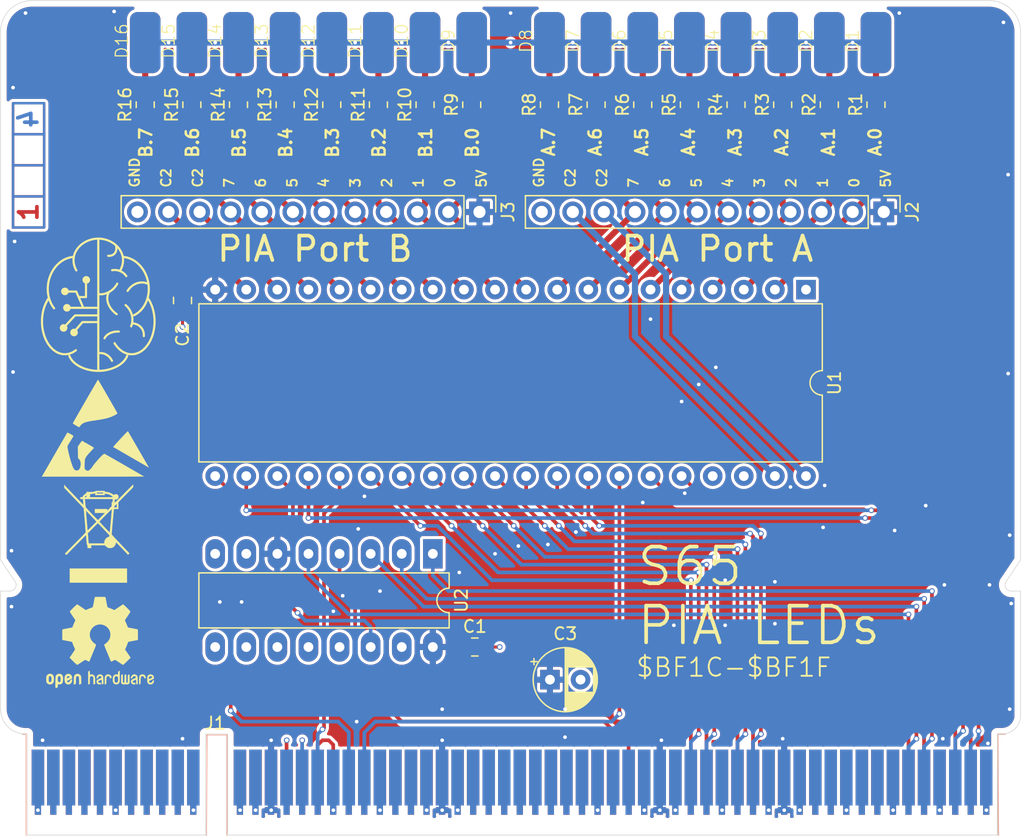
<source format=kicad_pcb>
(kicad_pcb (version 20240108) (generator "pcbnew") (generator_version "8.0")
  (layers (0 "F.Cu" signal) (1 "In1.Cu" power) (2 "In2.Cu" power) (31 "B.Cu" signal) (34 "B.Paste" user) (35 "F.Paste" user) (36 "B.SilkS" user "B.Silkscreen") (37 "F.SilkS" user "F.Silkscreen") (38 "B.Mask" user) (39 "F.Mask" user) (44 "Edge.Cuts" user))
  (net 0 "")
  (net 1 "Net-(D1-A)")
  (net 2 "GND")
  (net 3 "Net-(D2-A)")
  (net 4 "Net-(D3-A)")
  (net 5 "Net-(D4-A)")
  (net 6 "Net-(D5-A)")
  (net 7 "Net-(D6-A)")
  (net 8 "Net-(D7-A)")
  (net 9 "Net-(D8-A)")
  (net 10 "Net-(D9-A)")
  (net 11 "Net-(D10-A)")
  (net 12 "Net-(D11-A)")
  (net 13 "Net-(D12-A)")
  (net 14 "Net-(D13-A)")
  (net 15 "Net-(D14-A)")
  (net 16 "Net-(D15-A)")
  (net 17 "Net-(D16-A)")
  (net 24 "/A7")
  (net 30 "/D4")
  (net 31 "/~{IO}")
  (net 41 "+5V")
  (net 42 "/D7")
  (net 45 "/D2")
  (net 50 "/D3")
  (net 52 "/~{RES}")
  (net 56 "/A3")
  (net 59 "/A2")
  (net 63 "/R{slash}~{W}")
  (net 65 "/D6")
  (net 71 "/D5")
  (net 73 "/A0")
  (net 75 "/A6")
  (net 76 "/A4")
  (net 78 "/D0")
  (net 79 "/A5")
  (net 80 "+9V")
  (net 82 "/A1")
  (net 85 "/CLK")
  (net 90 "/D1")
  (net 91 "Net-(J2-Pin_9)")
  (net 92 "Net-(J2-Pin_8)")
  (net 93 "Net-(J2-Pin_5)")
  (net 94 "Net-(J2-Pin_3)")
  (net 95 "Net-(J2-Pin_11)")
  (net 96 "Net-(J2-Pin_7)")
  (net 97 "Net-(J2-Pin_2)")
  (net 98 "Net-(J2-Pin_6)")
  (net 99 "Net-(J2-Pin_4)")
  (net 100 "Net-(J2-Pin_10)")
  (net 101 "Net-(J3-Pin_8)")
  (net 102 "Net-(J3-Pin_10)")
  (net 103 "Net-(J3-Pin_5)")
  (net 104 "Net-(J3-Pin_6)")
  (net 105 "Net-(J3-Pin_3)")
  (net 106 "Net-(J3-Pin_11)")
  (net 107 "Net-(J3-Pin_9)")
  (net 108 "Net-(J3-Pin_7)")
  (net 109 "Net-(J3-Pin_4)")
  (net 110 "Net-(J3-Pin_2)")
  (net 111 "/PORT_16")
  (footprint "Symbol:ESD-Logo_8.9x8mm_SilkScreen" (layer "F.Cu") (at 132.461 68.453)
    (property "Reference" "REF**" (hide yes))
    (property "Value" "ESD-Logo_8.9x8mm_SilkScreen" (hide yes))
  )
  (footprint "Resistor_SMD:R_0805_2012Metric" (layer "F.Cu") (at 147.955 42.037 90)
    (property "Reference" "R13")
    (property "Value" "10k")
  )
  (footprint "Resistor_SMD:R_0805_2012Metric" (layer "F.Cu") (at 159.385 42.037 90)
    (property "Reference" "R10")
    (property "Value" "10k")
  )
  (footprint "Capacitor_SMD:C_0805_2012Metric" (layer "F.Cu") (at 163.449 86.36)
    (property "Reference" "C1")
    (property "Value" "100n")
  )
  (footprint "Resistor_SMD:R_0805_2012Metric" (layer "F.Cu") (at 140.335 42.037 90)
    (property "Reference" "R15")
    (property "Value" "10k")
  )
  (footprint "Resistor_SMD:R_0805_2012Metric" (layer "F.Cu") (at 151.765 42.037 90)
    (property "Reference" "R12")
    (property "Value" "10k")
  )
  (footprint "Resistor_SMD:R_0805_2012Metric" (layer "F.Cu") (at 177.165 42.037 90)
    (property "Reference" "R6")
    (property "Value" "10k")
  )
  (footprint "Resistor_SMD:R_0805_2012Metric" (layer "F.Cu") (at 196.215 42.037 90)
    (property "Reference" "R1")
    (property "Value" "10k")
  )
  (footprint "Connector_PinHeader_2.54mm:PinHeader_1x12_P2.54mm_Vertical" (layer "F.Cu") (at 163.83 50.8 -90)
    (property "Reference" "J3")
    (property "Value" "PIA_B")
  )
  (footprint "Resistor_SMD:R_0805_2012Metric" (layer "F.Cu") (at 184.785 42.037 90)
    (property "Reference" "R4")
    (property "Value" "10k")
  )
  (footprint "Capacitor_SMD:C_0805_2012Metric" (layer "F.Cu") (at 139.573 58.039 -90)
    (property "Reference" "C2")
    (property "Value" "100n")
  )
  (footprint "Connector_PinHeader_2.54mm:PinHeader_1x12_P2.54mm_Vertical" (layer "F.Cu") (at 196.85 50.8 -90)
    (property "Reference" "J2")
    (property "Value" "PIA_A")
  )
  (footprint "Resistor_SMD:R_0805_2012Metric" (layer "F.Cu") (at 180.975 42.037 90)
    (property "Reference" "R5")
    (property "Value" "10k")
  )
  (footprint "Symbol:OSHW-Logo2_9.8x8mm_SilkScreen" (layer "F.Cu") (at 132.842 85.979)
    (property "Reference" "REF**" (hide yes))
    (property "Value" "OSHW-Logo2_9.8x8mm_SilkScreen" (hide yes))
  )
  (footprint "Package_DIP:DIP-40_W15.24mm" (layer "F.Cu") (at 190.5 57.15 -90)
    (property "Reference" "U1")
    (property "Value" "6520")
  )
  (footprint "Resistor_SMD:R_0805_2012Metric" (layer "F.Cu") (at 163.195 42.037 90)
    (property "Reference" "R9")
    (property "Value" "10k")
  )
  (footprint "Resistor_SMD:R_0805_2012Metric" (layer "F.Cu") (at 144.145 42.037 90)
    (property "Reference" "R14")
    (property "Value" "10k")
  )
  (footprint "Package_DIP:DIP-16_W7.62mm_LongPads" (layer "F.Cu") (at 160.02 78.74 -90)
    (property "Reference" "U2")
    (property "Value" "74HC138")
  )
  (footprint "Capacitor_THT:CP_Radial_D5.0mm_P2.50mm" (layer "F.Cu") (at 169.585 89.027)
    (property "Reference" "C3")
    (property "Value" "10µ")
  )
  (footprint "Resistor_SMD:R_0805_2012Metric" (layer "F.Cu") (at 192.405 42.037 90)
    (property "Reference" "R2")
    (property "Value" "10k")
  )
  (footprint "Resistor_SMD:R_0805_2012Metric" (layer "F.Cu") (at 173.355 42.037 90)
    (property "Reference" "R7")
    (property "Value" "10k")
  )
  (footprint "Eigene:logo" (layer "F.Cu") (at 132.715 58.42)
    (property "Reference" "G***" (hide yes))
    (property "Value" "LOGO" (hide yes))
  )
  (footprint "Resistor_SMD:R_0805_2012Metric" (layer "F.Cu") (at 136.525 42.037 90)
    (property "Reference" "R16")
    (property "Value" "10k")
  )
  (footprint "Resistor_SMD:R_0805_2012Metric" (layer "F.Cu") (at 155.575 42.037 90)
    (property "Reference" "R11")
    (property "Value" "10k")
  )
  (footprint "Symbol:WEEE-Logo_5.6x8mm_SilkScreen" (layer "F.Cu") (at 132.715 77.089)
    (property "Reference" "REF**" (hide yes))
    (property "Value" "WEEE-Logo_5.6x8mm_SilkScreen" (hide yes))
  )
  (footprint "Resistor_SMD:R_0805_2012Metric" (layer "F.Cu") (at 169.545 42.037 90)
    (property "Reference" "R8")
    (property "Value" "10k")
  )
  (footprint "Eigene:ladder_4" (layer "F.Cu") (at 127 46.99 90)
    (property "Reference" "Ref**" (hide yes))
    (property "Value" "Val**" (hide yes))
  )
  (footprint "Resistor_SMD:R_0805_2012Metric" (layer "F.Cu") (at 188.595 42.037 90)
    (property "Reference" "R3")
    (property "Value" "10k")
  )
  (footprint "Eigene:SPST_Edge" (layer "B.Cu") (at 147.955 36.957 180)
    (property "Reference" "D13")
    (property "Value" "LED")
  )
  (footprint "Eigene:SPST_Edge" (layer "B.Cu") (at 169.545 36.957 180)
    (property "Reference" "D8")
    (property "Value" "LED")
  )
  (footprint "Eigene:SPST_Edge" (layer "B.Cu") (at 192.405 36.957 180)
    (property "Reference" "D2")
    (property "Value" "LED")
  )
  (footprint "Connector_PCBEdge:BUS_PCI" (layer "B.Cu") (at 166.492 98.358 180)
    (property "Reference" "J1")
    (property "Value" "Bus_PCI_6502")
  )
  (footprint "Eigene:SPST_Edge" (layer "B.Cu") (at 159.385 36.957 180)
    (property "Reference" "D10")
    (property "Value" "LED")
  )
  (footprint "Eigene:SPST_Edge" (layer "B.Cu") (at 173.355 36.957 180)
    (property "Reference" "D7")
    (property "Value" "LED")
  )
  (footprint "Eigene:SPST_Edge" (layer "B.Cu") (at 155.575 36.957 180)
    (property "Reference" "D11")
    (property "Value" "LED")
  )
  (footprint "Eigene:SPST_Edge" (layer "B.Cu") (at 151.765 36.957 180)
    (property "Reference" "D12")
    (property "Value" "LED")
  )
  (footprint "Eigene:SPST_Edge" (layer "B.Cu") (at 184.785 36.957 180)
    (property "Reference" "D4")
    (property "Value" "LED")
  )
  (footprint "Eigene:SPST_Edge" (layer "B.Cu") (at 163.195 36.957 180)
    (property "Reference" "D9")
    (property "Value" "LED")
  )
  (footprint "Eigene:SPST_Edge" (layer "B.Cu") (at 188.595 36.957 180)
    (property "Reference" "D3")
    (property "Value" "LED")
  )
  (footprint "Eigene:SPST_Edge" (layer "B.Cu") (at 140.335 36.957 180)
    (property "Reference" "D15")
    (property "Value" "LED")
  )
  (footprint "Eigene:SPST_Edge" (layer "B.Cu") (at 136.525 36.957 180)
    (property "Reference" "D16")
    (property "Value" "LED")
  )
  (footprint "Eigene:SPST_Edge" (layer "B.Cu") (at 196.215 36.957 180)
    (property "Reference" "D1")
    (property "Value" "LED")
  )
  (footprint "Eigene:SPST_Edge" (layer "B.Cu") (at 180.975 36.957 180)
    (property "Reference" "D5")
    (property "Value" "LED")
  )
  (footprint "Eigene:SPST_Edge" (layer "B.Cu") (at 177.165 36.957 180)
    (property "Reference" "D6")
    (property "Value" "LED")
  )
  (footprint "Eigene:SPST_Edge" (layer "B.Cu") (at 144.145 36.957 180)
    (property "Reference" "D14")
    (property "Value" "LED")
  )
  (gr_line (start 126.746 93.472) (end 126.873 93.472) (stroke (width 0.05)) (layer "Edge.Cuts"))
  (gr_arc (start 207.264 81.788) (mid 206.831869 81.547071) (end 206.809631 81.052815) (stroke (width 0.05)) (layer "Edge.Cuts"))
  (gr_line (start 143.256 93.472) (end 143.256 101.727) (stroke (width 0.05)) (layer "Edge.Cuts"))
  (gr_line (start 141.478 93.472) (end 143.256 93.472) (stroke (width 0.05)) (layer "Edge.Cuts"))
  (gr_line (start 126.873 101.727) (end 141.478 101.727) (stroke (width 0.05)) (layer "Edge.Cuts"))
  (gr_line (start 206.809631 81.052815) (end 208.026 79.248) (stroke (width 0.05)) (layer "Edge.Cuts"))
  (gr_line (start 206.121 101.727) (end 206.121 93.472) (stroke (width 0.05)) (layer "Edge.Cuts"))
  (gr_line (start 208.026 81.788) (end 208.026 91.948) (stroke (width 0.05)) (layer "Edge.Cuts"))
  (gr_line (start 141.478 101.727) (end 141.478 93.472) (stroke (width 0.05)) (layer "Edge.Cuts"))
  (gr_line (start 125.476 81.788) (end 124.714 81.788) (stroke (width 0.05)) (layer "Edge.Cuts"))
  (gr_line (start 143.256 101.727) (end 206.121 101.727) (stroke (width 0.05)) (layer "Edge.Cuts"))
  (gr_line (start 208.026 81.788) (end 207.264 81.788) (stroke (width 0.05)) (layer "Edge.Cuts"))
  (gr_arc (start 125.930369 81.052815) (mid 125.908131 81.547071) (end 125.476 81.788) (stroke (width 0.05)) (layer "Edge.Cuts"))
  (gr_arc (start 208.026 91.948) (mid 207.579631 93.025631) (end 206.502 93.472) (stroke (width 0.05)) (layer "Edge.Cuts"))
  (gr_line (start 124.714 91.44) (end 124.714 81.788) (stroke (width 0.05)) (layer "Edge.Cuts"))
  (gr_arc (start 126.746 93.472) (mid 125.309159 92.876841) (end 124.714 91.44) (stroke (width 0.05)) (layer "Edge.Cuts"))
  (gr_line (start 208.026 79.248) (end 208.026 36.068) (stroke (width 0.05)) (layer "Edge.Cuts"))
  (gr_line (start 206.121 93.472) (end 206.502 93.472) (stroke (width 0.05)) (layer "Edge.Cuts"))
  (gr_line (start 126.873 93.472) (end 126.873 101.727) (stroke (width 0.05)) (layer "Edge.Cuts"))
  (gr_line (start 127.254 33.528) (end 205.486 33.528) (stroke (width 0.05)) (layer "Edge.Cuts"))
  (gr_line (start 124.714 79.248) (end 124.714 36.068) (stroke (width 0.05)) (layer "Edge.Cuts"))
  (gr_arc (start 124.714 36.068) (mid 125.457949 34.271949) (end 127.254 33.528) (stroke (width 0.05)) (layer "Edge.Cuts"))
  (gr_line (start 124.714 79.248) (end 125.930369 81.052815) (stroke (width 0.05)) (layer "Edge.Cuts"))
  (gr_arc (start 205.486 33.528) (mid 207.282051 34.271949) (end 208.026 36.068) (stroke (width 0.05)) (layer "Edge.Cuts"))
  (gr_text "A.0" (at 196.723 46.355 90) (layer "F.SilkS") (effects (font (size 1 1) (thickness 0.2) (bold yes)) (justify left bottom)))
  (gr_text "GND\n\nC2\n\nC2\n\n7\n\n6\n\n5\n\n4\n\n3\n\n2\n\n1\n\n0\n\n5V" (at 197.485 48.895 90) (layer "F.SilkS") (effects (font (size 0.8 0.8)) (justify left bottom)))
  (gr_text "A.7" (at 170.053 46.355 90) (layer "F.SilkS") (effects (font (size 1 1) (thickness 0.2) (bold yes)) (justify left bottom)))
  (gr_text "S65\nPIA LEDs" (at 176.53 86.36 0) (layer "F.SilkS") (effects (font (size 3 3) (thickness 0.3)) (justify left bottom)))
  (gr_text "A.6" (at 173.863 46.355 90) (layer "F.SilkS") (effects (font (size 1 1) (thickness 0.2) (bold yes)) (justify left bottom)))
  (gr_text "B.5" (at 144.78 46.482 90) (layer "F.SilkS") (effects (font (size 1 1) (thickness 0.2) (bold yes)) (justify left bottom)))
  (gr_text "B.3" (at 152.4 46.482 90) (layer "F.SilkS") (effects (font (size 1 1) (thickness 0.2) (bold yes)) (justify left bottom)))
  (gr_text "PIA Port A" (at 175.26 54.991 0) (layer "F.SilkS") (effects (font (size 2 2) (thickness 0.3) (bold yes)) (justify left bottom)))
  (gr_text "B.2" (at 156.21 46.482 90) (layer "F.SilkS") (effects (font (size 1 1) (thickness 0.2) (bold yes)) (justify left bottom)))
  (gr_text "PIA Port B" (at 142.24 54.991 0) (layer "F.SilkS") (effects (font (size 2 2) (thickness 0.3) (bold yes)) (justify left bottom)))
  (gr_text "A.5" (at 177.673 46.355 90) (layer "F.SilkS") (effects (font (size 1 1) (thickness 0.2) (bold yes)) (justify left bottom)))
  (gr_text "B.7" (at 137.16 46.482 90) (layer "F.SilkS") (effects (font (size 1 1) (thickness 0.2) (bold yes)) (justify left bottom)))
  (gr_text "A.4" (at 181.483 46.355 90) (layer "F.SilkS") (effects (font (size 1 1) (thickness 0.2) (bold yes)) (justify left bottom)))
  (gr_text "A.3" (at 185.293 46.355 90) (layer "F.SilkS") (effects (font (size 1 1) (thickness 0.2) (bold yes)) (justify left bottom)))
  (gr_text "$BF1C-$BF1F" (at 176.53 88.9 0) (layer "F.SilkS") (effects (font (size 1.5 1.5)) (justify left bottom)))
  (gr_text "GND\n\nC2\n\nC2\n\n7\n\n6\n\n5\n\n4\n\n3\n\n2\n\n1\n\n0\n\n5V" (at 164.465 48.895 90) (layer "F.SilkS") (effects (font (size 0.8 0.8)) (justify left bottom)))
  (gr_text "A.2" (at 189.103 46.355 90) (layer "F.SilkS") (effects (font (size 1 1) (thickness 0.2) (bold yes)) (justify left bottom)))
  (gr_text "B.4" (at 148.59 46.482 90) (layer "F.SilkS") (effects (font (size 1 1) (thickness 0.2) (bold yes)) (justify left bottom)))
  (gr_text "A.1" (at 192.913 46.355 90) (layer "F.SilkS") (effects (font (size 1 1) (thickness 0.2) (bold yes)) (justify left bottom)))
  (gr_text "B.6" (at 140.97 46.482 90) (layer "F.SilkS") (effects (font (size 1 1) (thickness 0.2) (bold yes)) (justify left bottom)))
  (gr_text "B.0" (at 163.83 46.482 90) (layer "F.SilkS") (effects (font (size 1 1) (thickness 0.2) (bold yes)) (justify left bottom)))
  (gr_text "B.1" (at 160.02 46.482 90) (layer "F.SilkS") (effects (font (size 1 1) (thickness 0.2) (bold yes)) (justify left bottom)))
  (segment (start 196.215 41.1245) (end 196.215 36.957) (width 0.5) (layer "F.Cu") (net 1))
  (segment (start 164.399 86.36) (end 165.481 86.36) (width 0.25) (layer "F.Cu") (net 2))
  (segment (start 148.072 97.028) (end 148.072 93.99) (width 0.3) (layer "F.Cu") (net 2))
  (segment (start 151.882 94.351) (end 151.882 97.028) (width 0.3) (layer "F.Cu") (net 2))
  (segment (start 139.573 58.989) (end 139.573 60.198) (width 0.25) (layer "F.Cu") (net 2))
  (segment (start 150.612 97.028) (end 150.612 94.371) (width 0.3) (layer "F.Cu") (net 2))
  (segment (start 148.072 93.99) (end 148.082 93.98) (width 0.3) (layer "F.Cu") (net 2))
  (segment (start 150.612 94.371) (end 151.003 93.98) (width 0.3) (layer "F.Cu") (net 2))
  (segment (start 151.511 93.98) (end 151.882 94.351) (width 0.3) (layer "F.Cu") (net 2))
  (segment (start 151.003 93.98) (end 151.511 93.98) (width 0.3) (layer "F.Cu") (net 2))
  (via (at 177.292 99.695) (size 0.46) (drill 0.3) (layers "F.Cu" "B.Cu") (net 2))
  (via (at 171.45 36.957) (size 0.46) (drill 0.3) (layers "F.Cu" "B.Cu") (net 2))
  (via (at 197.612 99.695) (size 0.46) (drill 0.3) (layers "F.Cu" "B.Cu") (net 2))
  (via (at 201.422 99.695) (size 0.46) (drill 0.3) (layers "F.Cu" "B.Cu") (net 2))
  (via (at 165.481 86.36) (size 0.46) (drill 0.3) (layers "F.Cu" "B.Cu") (net 2))
  (via (at 161.29 36.957) (size 0.46) (drill 0.3) (layers "F.Cu" "B.Cu") (net 2))
  (via (at 139.573 60.198) (size 0.46) (drill 0.3) (layers "F.Cu" "B.Cu") (net 2))
  (via (at 189.992 99.695) (size 0.46) (drill 0.3) (layers "F.Cu" "B.Cu") (net 2))
  (via (at 155.702 99.695) (size 0.46) (drill 0.3) (layers "F.Cu" "B.Cu") (net 2))
  (via (at 149.86 36.957) (size 0.46) (drill 0.3) (layers "F.Cu" "B.Cu") (net 2))
  (via (at 194.31 36.957) (size 0.46) (drill 0.3) (layers "F.Cu" "B.Cu") (net 2))
  (via (at 162.052 99.695) (size 0.46) (drill 0.3) (layers "F.Cu" "B.Cu") (net 2))
  (via (at 173.482 99.695) (size 0.46) (drill 0.3) (layers "F.Cu" "B.Cu") (net 2))
  (via (at 166.37 36.957) (size 0.46) (drill 0.3) (layers "F.Cu" "B.Cu") (net 2))
  (via (at 183.642 99.695) (size 0.46) (drill 0.3) (layers "F.Cu" "B.Cu") (net 2))
  (via (at 179.832 99.695) (size 0.46) (drill 0.3) (layers "F.Cu" "B.Cu") (net 2))
  (via (at 146.05 36.957) (size 0.46) (drill 0.3) (layers "F.Cu" "B.Cu") (net 2))
  (via (at 175.26 36.957) (size 0.46) (drill 0.3) (layers "F.Cu" "B.Cu") (net 2))
  (via (at 187.452 99.695) (size 0.46) (drill 0.3) (layers "F.Cu" "B.Cu") (net 2))
  (via (at 190.5 36.957) (size 0.46) (drill 0.3) (layers "F.Cu" "B.Cu") (net 2))
  (via (at 153.67 36.957) (size 0.46) (drill 0.3) (layers "F.Cu" "B.Cu") (net 2))
  (via (at 159.512 99.695) (size 0.46) (drill 0.3) (layers "F.Cu" "B.Cu") (net 2))
  (via (at 140.462 99.695) (size 0.46) (drill 0.3) (layers "F.Cu" "B.Cu") (net 2))
  (via (at 193.802 99.695) (size 0.46) (drill 0.3) (layers "F.Cu" "B.Cu") (net 2))
  (via (at 149.352 93.98) (size 0.46) (drill 0.3) (layers "F.Cu" "B.Cu") (net 2))
  (via (at 151.892 99.695) (size 0.46) (drill 0.3) (layers "F.Cu" "B.Cu") (net 2))
  (via (at 179.07 36.957) (size 0.46) (drill 0.3) (layers "F.Cu" "B.Cu") (net 2))
  (via (at 127.762 99.695) (size 0.46) (drill 0.3) (layers "F.Cu" "B.Cu") (net 2))
  (via (at 145.542 99.695) (size 0.46) (drill 0.3) (layers "F.Cu" "B.Cu") (net 2))
  (via (at 157.48 36.957) (size 0.46) (drill 0.3) (layers "F.Cu" "B.Cu") (net 2))
  (via (at 186.69 36.957) (size 0.46) (drill 0.3) (layers "F.Cu" "B.Cu") (net 2))
  (via (at 138.43 36.957) (size 0.46) (drill 0.3) (layers "F.Cu" "B.Cu") (net 2))
  (via (at 134.112 99.695) (size 0.46) (drill 0.3) (layers "F.Cu" "B.Cu") (net 2))
  (via (at 205.232 99.695) (size 0.46) (drill 0.3) (layers "F.Cu" "B.Cu") (net 2))
  (via (at 148.082 93.98) (size 0.46) (drill 0.3) (layers "F.Cu" "B.Cu") (net 2))
  (via (at 142.24 36.957) (size 0.46) (drill 0.3) (layers "F.Cu" "B.Cu") (net 2))
  (via (at 182.88 36.957) (size 0.46) (drill 0.3) (layers "F.Cu" "B.Cu") (net 2))
  (segment (start 182.88 36.957) (end 186.69 36.957) (width 0.5) (layer "B.Cu") (net 2))
  (segment (start 179.07 36.957) (end 182.88 36.957) (width 0.5) (layer "B.Cu") (net 2))
  (segment (start 149.342 97.028) (end 149.342 93.99) (width 0.3) (layer "B.Cu") (net 2))
  (segment (start 149.342 93.99) (end 149.352 93.98) (width 0.3) (layer "B.Cu") (net 2))
  (segment (start 157.48 36.957) (end 161.29 36.957) (width 0.5) (layer "B.Cu") (net 2))
  (segment (start 171.45 36.957) (end 175.26 36.957) (width 0.5) (layer "B.Cu") (net 2))
  (segment (start 186.69 36.957) (end 190.5 36.957) (width 0.5) (layer "B.Cu") (net 2))
  (segment (start 161.29 36.957) (end 166.37 36.957) (width 0.5) (layer "B.Cu") (net 2))
  (segment (start 146.05 36.957) (end 149.86 36.957) (width 0.5) (layer "B.Cu") (net 2))
  (segment (start 190.5 36.957) (end 194.31 36.957) (width 0.5) (layer "B.Cu") (net 2))
  (segment (start 142.24 36.957) (end 146.05 36.957) (width 0.5) (layer "B.Cu") (net 2))
  (segment (start 166.37 36.957) (end 171.45 36.957) (width 0.5) (layer "B.Cu") (net 2))
  (segment (start 136.525 36.957) (end 138.43 36.957) (width 0.5) (layer "B.Cu") (net 2))
  (segment (start 153.67 36.957) (end 157.48 36.957) (width 0.5) (layer "B.Cu") (net 2))
  (segment (start 175.26 36.957) (end 179.07 36.957) (width 0.5) (layer "B.Cu") (net 2))
  (segment (start 138.43 36.957) (end 142.24 36.957) (width 0.5) (layer "B.Cu") (net 2))
  (segment (start 194.31 36.957) (end 196.215 36.957) (width 0.5) (layer "B.Cu") (net 2))
  (segment (start 149.86 36.957) (end 153.67 36.957) (width 0.5) (layer "B.Cu") (net 2))
  (segment (start 192.405 41.1245) (end 192.405 36.957) (width 0.5) (layer "F.Cu") (net 3))
  (segment (start 188.595 41.1245) (end 188.595 36.957) (width 0.5) (layer "F.Cu") (net 4))
  (segment (start 184.785 41.1245) (end 184.785 36.957) (width 0.5) (layer "F.Cu") (net 5))
  (segment (start 180.975 36.957) (end 180.975 41.1245) (width 0.5) (layer "F.Cu") (net 6))
  (segment (start 177.165 41.1245) (end 177.165 36.957) (width 0.5) (layer "F.Cu") (net 7))
  (segment (start 173.355 41.1245) (end 173.355 36.957) (width 0.5) (layer "F.Cu") (net 8))
  (segment (start 169.545 41.1245) (end 169.545 36.957) (width 0.5) (layer "F.Cu") (net 9))
  (segment (start 163.195 41.1245) (end 163.195 36.957) (width 0.5) (layer "F.Cu") (net 10))
  (segment (start 159.385 41.1245) (end 159.385 36.957) (width 0.5) (layer "F.Cu") (net 11))
  (segment (start 155.575 41.1245) (end 155.575 36.957) (width 0.5) (layer "F.Cu") (net 12))
  (segment (start 151.765 41.1245) (end 151.765 36.957) (width 0.5) (layer "F.Cu") (net 13))
  (segment (start 147.955 41.1245) (end 147.955 36.957) (width 0.5) (layer "F.Cu") (net 14))
  (segment (start 144.145 41.1245) (end 144.145 36.957) (width 0.5) (layer "F.Cu") (net 15))
  (segment (start 140.335 41.1245) (end 140.335 36.957) (width 0.5) (layer "F.Cu") (net 16))
  (segment (start 136.525 41.1245) (end 136.525 36.957) (width 0.5) (layer "F.Cu") (net 17))
  (segment (start 198.872 83.693) (end 198.872 97.028) (width 0.3) (layer "F.Cu") (net 24))
  (via (at 198.872 83.693) (size 0.46) (drill 0.3) (layers "F.Cu" "B.Cu") (net 24))
  (segment (start 198.872 83.693) (end 153.162 83.693) (width 0.3) (layer "B.Cu") (net 24))
  (segment (start 153.162 83.693) (end 149.86 80.391) (width 0.3) (layer "B.Cu") (net 24))
  (segment (start 149.86 80.391) (end 149.86 78.74) (width 0.3) (layer "B.Cu") (net 24))
  (segment (start 183.007 78.994) (end 183.007 93.472) (width 0.3) (layer "F.Cu") (net 30))
  (segment (start 162.56 72.39) (end 166.624 76.454) (width 0.3) (layer "F.Cu") (net 30))
  (via (at 166.624 76.454) (size 0.46) (drill 0.3) (layers "F.Cu" "B.Cu") (net 30))
  (via (at 183.007 93.472) (size 0.46) (drill 0.3) (layers "F.Cu" "B.Cu") (net 30))
  (via (at 183.007 78.994) (size 0.46) (drill 0.3) (layers "F.Cu" "B.Cu") (net 30))
  (segment (start 169.164 78.994) (end 166.624 76.454) (width 0.3) (layer "B.Cu") (net 30))
  (segment (start 183.007 93.472) (end 182.372 94.107) (width 0.3) (layer "B.Cu") (net 30))
  (segment (start 183.007 78.994) (end 169.164 78.994) (width 0.3) (layer "B.Cu") (net 30))
  (segment (start 182.372 94.107) (end 182.372 97.028) (width 0.3) (layer "B.Cu") (net 30))
  (segment (start 153.67 88.646) (end 153.67 82.169) (width 0.3) (layer "F.Cu") (net 31))
  (segment (start 152.4 80.899) (end 152.4 78.74) (width 0.3) (layer "F.Cu") (net 31))
  (segment (start 176.012 97.028) (end 176.012 94.443) (width 0.3) (layer "F.Cu") (net 31))
  (segment (start 157.48 92.456) (end 153.67 88.646) (width 0.3) (layer "F.Cu") (net 31))
  (segment (start 153.67 82.169) (end 152.4 80.899) (width 0.3) (layer "F.Cu") (net 31))
  (segment (start 176.012 94.443) (end 174.025 92.456) (width 0.3) (layer "F.Cu") (net 31))
  (segment (start 174.025 92.456) (end 157.48 92.456) (width 0.3) (layer "F.Cu") (net 31))
  (segment (start 160.02 86.36) (end 162.499 86.36) (width 0.25) (layer "F.Cu") (net 41))
  (segment (start 142.179 57.089) (end 142.24 57.15) (width 0.25) (layer "F.Cu") (net 41))
  (segment (start 139.573 57.089) (end 142.179 57.089) (width 0.25) (layer "F.Cu") (net 41))
  (via (at 144.399 82.677) (size 0.46) (drill 0.3) (layers "F.Cu" "B.Cu") (net 41))
  (via (at 177.165 74.549) (size 0.46) (drill 0.3) (layers "F.Cu" "B.Cu") (net 41))
  (via (at 178.689 93.98) (size 0.46) (drill 0.3) (layers "F.Cu" "B.Cu") (net 41))
  (via (at 183.896 80.899) (size 0.46) (drill 0.3) (layers "F.Cu" "B.Cu") (net 41))
  (via (at 153.924 76.708) (size 0.46) (drill 0.3) (layers "F.Cu" "B.Cu") (net 41))
  (via (at 180.594 73.787) (size 0.46) (drill 0.3) (layers "F.Cu" "B.Cu") (net 41))
  (via (at 170.815 93.726) (size 0.46) (drill 0.3) (layers "F.Cu" "B.Cu") (net 41))
  (via (at 207.137 91.44) (size 0.46) (drill 0.3) (layers "F.Cu" "B.Cu") (net 41))
  (via (at 200.279 74.803) (size 0.46) (drill 0.3) (layers "F.Cu" "B.Cu") (net 41))
  (via (at 207.137 77.216) (size 0.46) (drill 0.3) (layers "F.Cu" "B.Cu") (net 41))
  (via (at 180.34 66.294) (size 0.46) (drill 0.3) (layers "F.Cu" "B.Cu") (net 41))
  (via (at 152.654 82.169) (size 0.46) (drill 0.3) (layers "F.Cu" "B.Cu") (net 41))
  (via (at 154.432 74.041) (size 0.46) (drill 0.3) (layers "F.Cu" "B.Cu") (net 41))
  (via (at 187.96 81.026) (size 0.46) (drill 0.3) (layers "F.Cu" "B.Cu") (net 41))
  (via (at 153.797 92.456) (size 0.46) (drill 0.3) (layers "F.Cu" "B.Cu") (net 41))
  (via (at 187.96 84.455) (size 0.46) (drill 0.3) (layers "F.Cu" "B.Cu") (net 41))
  (via (at 125.857 53.213) (size 0.46) (drill 0.3) (layers "F.Cu" "B.Cu") (net 41))
  (via (at 201.803 81.28) (size 0.46) (drill 0.3) (layers "F.Cu" "B.Cu") (net 41))
  (via (at 189.23 73.279) (size 0.46) (drill 0.3) (layers "F.Cu" "B.Cu") (net 41))
  (via (at 181.737 64.897) (size 0.46) (drill 0.3) (layers "F.Cu" "B.Cu") (net 41))
  (via (at 142.621 82.677) (size 0.46) (drill 0.3) (layers "F.Cu" "B.Cu") (net 41))
  (via (at 177.8 59.563) (size 0.46) (drill 0.3) (layers "F.Cu" "B.Cu") (net 41))
  (via (at 207.01 64.008) (size 0.46) (drill 0.3) (layers "F.Cu" "B.Cu") (net 41))
  (via (at 125.603 78.486) (size 0.46) (drill 0.3) (layers "F.Cu" "B.Cu") (net 41))
  (via (at 169.418 77.978) (size 0.46) (drill 0.3) (layers "F.Cu" "B.Cu") (net 41))
  (via (at 125.603 83.058) (size 0.46) (drill 0.3) (layers "F.Cu" "B.Cu") (net 41))
  (via (at 166.37 34.544) (size 0.46) (drill 0.3) (layers "F.Cu" "B.Cu") (net 41))
  (via (at 128.143 93.98) (size 0.46) (drill 0.3) (layers "F.Cu" "B.Cu") (net 41))
  (via (at 183.134 63.5) (size 0.46) (drill 0.3) (layers "F.Cu" "B.Cu") (net 41))
  (via (at 165.1 78.74) (size 0.46) (drill 0.3) (layers "F.Cu" "B.Cu") (net 41))
  (via (at 126.746 34.544) (size 0.46) (drill 0.3) (layers "F.Cu" "B.Cu") (net 41))
  (via (at 205.486 81.28) (size 0.46) (drill 0.3) (layers "F.Cu" "B.Cu") (net 41))
  (via (at 139.573 93.853) (size 0.46) (drill 0.3) (layers "F.Cu" "B.Cu") (net 41))
  (via (at 207.264 82.804) (size 0.46) (drill 0.3) (layers "F.Cu" "B.Cu") (net 41))
  (via (at 178.562 99.695) (size 0.46) (drill 0.3) (layers "F.Cu" "B.Cu") (net 41))
  (via (at 146.812 99.695) (size 0.46) (drill 0.3) (layers "F.Cu" "B.Cu") (net 41))
  (via (at 201.676 93.853) (size 0.46) (drill 0.3) (layers "F.Cu" "B.Cu") (net 41))
  (via (at 133.985 34.417) (size 0.46) (drill 0.3) (layers "F.Cu" "B.Cu") (net 41))
  (via (at 160.782 91.44) (size 0.46) (drill 0.3) (layers "F.Cu" "B.Cu") (net 41))
  (via (at 198.12 34.544) (size 0.46) (drill 0.3) (layers "F.Cu" "B.Cu") (net 41))
  (via (at 151.892 83.439) (size 0.46) (drill 0.3) (layers "F.Cu" "B.Cu") (net 41))
  (via (at 206.629 35.306) (size 0.46) (drill 0.3) (layers "F.Cu" "B.Cu") (net 41))
  (via (at 146.812 93.98) (size 0.46) (drill 0.3) (layers "F.Cu" "B.Cu") (net 41))
  (via (at 197.739 76.835) (size 0.46) (drill 0.3) (layers "F.Cu" "B.Cu") (net 41))
  (via (at 162.179 80.264) (size 0.46) (drill 0.3) (layers "F.Cu" "B.Cu") (net 41))
  (via (at 205.359 94.234) (size 0.46) (drill 0.3) (layers "F.Cu" "B.Cu") (net 41))
  (via (at 188.722 99.695) (size 0.46) (drill 0.3) (layers "F.Cu" "B.Cu") (net 41))
  (via (at 125.73 40.64) (size 0.46) (drill 0.3) (layers "F.Cu" "B.Cu") (net 41))
  (via (at 125.73 63.881) (size 0.46) (drill 0.3) (layers "F.Cu" "B.Cu") (net 41))
  (via (at 183.896 84.582) (size 0.46) (drill 0.3) (layers "F.Cu" "B.Cu") (net 41))
  (via (at 171.704 76.962) (size 0.46) (drill 0.3) (layers "F.Cu" "B.Cu") (net 41))
  (via (at 170.815 91.44) (size 0.46) (drill 0.3) (layers "F.Cu" "B.Cu") (net 41))
  (via (at 191.897 76.581) (size 0.46) (drill 0.3) (layers "F.Cu" "B.Cu") (net 41))
  (via (at 160.782 93.98) (size 0.46) (drill 0.3) (layers "F.Cu" "B.Cu") (net 41))
  (via (at 192.024 73.152) (size 0.46) (drill 0.3) (layers "F.Cu" "B.Cu") (net 41))
  (via (at 207.01 47.752) (size 0.46) (drill 0.3) (layers "F.Cu" "B.Cu") (net 41))
  (via (at 160.782 99.695) (size 0.46) (drill 0.3) (layers "F.Cu" "B.Cu") (net 41))
  (via (at 188.595 93.853) (size 0.46) (drill 0.3) (layers "F.Cu" "B.Cu") (net 41))
  (via (at 179.705 84.582) (size 0.46) (drill 0.3) (layers "F.Cu" "B.Cu") (net 41))
  (via (at 155.702 81.788) (size 0.46) (drill 0.3) (layers "F.Cu" "B.Cu") (net 41))
  (via (at 167.005 78.105) (size 0.46) (drill 0.3) (layers "F.Cu" "B.Cu") (net 41))
  (segment (start 181.102 80.899) (end 181.092 80.909) (width 0.3) (layer "F.Cu") (net 42))
  (segment (start 154.94 72.39) (end 159.004 76.454) (width 0.3) (layer "F.Cu") (net 42))
  (segment (start 181.092 80.909) (end 181.092 97.028) (width 0.3) (layer "F.Cu") (net 42))
  (via (at 159.004 76.454) (size 0.46) (drill 0.3) (layers "F.Cu" "B.Cu") (net 42))
  (via (at 181.102 80.899) (size 0.46) (drill 0.3) (layers "F.Cu" "B.Cu") (net 42))
  (segment (start 164.846 80.899) (end 167.386 80.899) (width 0.3) (layer "B.Cu") (net 42))
  (segment (start 161.163 77.216) (end 164.846 80.899) (width 0.3) (layer "B.Cu") (net 42))
  (segment (start 167.386 80.899) (end 181.102 80.899) (width 0.3) (layer "B.Cu") (net 42))
  (segment (start 159.004 76.454) (end 160.401 76.454) (width 0.3) (layer "B.Cu") (net 42))
  (segment (start 160.401 76.454) (end 161.163 77.216) (width 0.3) (layer "B.Cu") (net 42))
  (segment (start 167.64 72.39) (end 167.64 73.787) (width 0.3) (layer "F.Cu") (net 45))
  (segment (start 167.64 73.787) (end 170.307 76.454) (width 0.3) (layer "F.Cu") (net 45))
  (segment (start 185.547 77.978) (end 185.547 93.472) (width 0.3) (layer "F.Cu") (net 45))
  (via (at 185.547 77.978) (size 0.46) (drill 0.3) (layers "F.Cu" "B.Cu") (net 45))
  (via (at 185.547 93.472) (size 0.46) (drill 0.3) (layers "F.Cu" "B.Cu") (net 45))
  (via (at 170.307 76.454) (size 0.46) (drill 0.3) (layers "F.Cu" "B.Cu") (net 45))
  (segment (start 171.577 77.724) (end 173.99 77.724) (width 0.3) (layer "B.Cu") (net 45))
  (segment (start 184.902 94.117) (end 184.902 97.028) (width 0.3) (layer "B.Cu") (net 45))
  (segment (start 185.293 77.724) (end 185.547 77.978) (width 0.3) (layer "B.Cu") (net 45))
  (segment (start 170.307 76.454) (end 171.577 77.724) (width 0.3) (layer "B.Cu") (net 45))
  (segment (start 173.99 77.724) (end 185.293 77.724) (width 0.3) (layer "B.Cu") (net 45))
  (segment (start 185.547 93.472) (end 184.902 94.117) (width 0.3) (layer "B.Cu") (net 45))
  (segment (start 184.902 97.028) (end 184.902 78.369) (width 0.3) (layer "F.Cu") (net 50))
  (segment (start 184.902 78.369) (end 184.912 78.359) (width 0.3) (layer "F.Cu") (net 50))
  (segment (start 169.164 76.454) (end 165.1 72.39) (width 0.3) (layer "F.Cu") (net 50))
  (via (at 169.164 76.454) (size 0.46) (drill 0.3) (layers "F.Cu" "B.Cu") (net 50))
  (via (at 184.912 78.359) (size 0.46) (drill 0.3) (layers "F.Cu" "B.Cu") (net 50))
  (segment (start 171.069 78.359) (end 169.164 76.454) (width 0.3) (layer "B.Cu") (net 50))
  (segment (start 184.912 78.359) (end 171.069 78.359) (width 0.3) (layer "B.Cu") (net 50))
  (segment (start 175.26 91.821) (end 175.26 72.39) (width 0.3) (layer "F.Cu") (net 52))
  (via (at 175.26 91.821) (size 0.46) (drill 0.3) (layers "F.Cu" "B.Cu") (net 52))
  (segment (start 155.321 92.456) (end 174.625 92.456) (width 0.3) (layer "B.Cu") (net 52))
  (segment (start 154.422 93.355) (end 155.321 92.456) (width 0.3) (layer "B.Cu") (net 52))
  (segment (start 154.422 97.028) (end 154.422 93.355) (width 0.3) (layer "B.Cu") (net 52))
  (segment (start 174.625 92.456) (end 175.26 91.821) (width 0.3) (layer "B.Cu") (net 52))
  (segment (start 202.692 97.028) (end 202.692 80.772) (width 0.3) (layer "F.Cu") (net 56))
  (segment (start 197.739 75.819) (end 195.326 75.819) (width 0.3) (layer "F.Cu") (net 56))
  (segment (start 149.86 75.819) (end 149.86 72.39) (width 0.3) (layer "F.Cu") (net 56))
  (segment (start 202.692 80.772) (end 197.739 75.819) (width 0.3) (layer "F.Cu") (net 56))
  (via (at 149.86 75.819) (size 0.46) (drill 0.3) (layers "F.Cu" "B.Cu") (net 56))
  (via (at 195.326 75.819) (size 0.46) (drill 0.3) (layers "F.Cu" "B.Cu") (net 56))
  (segment (start 195.326 75.819) (end 149.86 75.819) (width 0.3) (layer "B.Cu") (net 56))
  (segment (start 197.866 75.184) (end 195.834 75.184) (width 0.3) (layer "F.Cu") (net 59))
  (segment (start 203.327 80.645) (end 197.866 75.184) (width 0.3) (layer "F.Cu") (net 59))
  (segment (start 203.327 93.218) (end 203.327 80.645) (width 0.3) (layer "F.Cu") (net 59))
  (segment (start 144.78 75.184) (end 144.78 72.39) (width 0.3) (layer "F.Cu") (net 59))
  (via (at 195.834 75.184) (size 0.46) (drill 0.3) (layers "F.Cu" "B.Cu") (net 59))
  (via (at 144.78 75.184) (size 0.46) (drill 0.3) (layers "F.Cu" "B.Cu") (net 59))
  (via (at 203.327 93.218) (size 0.46) (drill 0.3) (layers "F.Cu" "B.Cu") (net 59))
  (segment (start 202.692 93.853) (end 203.327 93.218) (width 0.3) (layer "B.Cu") (net 59))
  (segment (start 202.692 97.028) (end 202.692 93.853) (width 0.3) (layer "B.Cu") (net 59))
  (segment (start 195.834 75.184) (end 144.78 75.184) (width 0.3) (layer "B.Cu") (net 59))
  (segment (start 143.51 91.567) (end 143.51 73.66) (width 0.3) (layer "F.Cu") (net 63))
  (segment (start 143.51 73.66) (end 142.24 72.39) (width 0.3) (layer "F.Cu") (net 63))
  (via (at 143.51 91.567) (size 0.46) (drill 0.3) (layers "F.Cu" "B.Cu") (net 63))
  (segment (start 152.273 92.456) (end 148.844 92.456) (width 0.3) (layer "B.Cu") (net 63))
  (segment (start 144.399 92.456) (end 143.51 91.567) (width 0.3) (layer "B.Cu") (net 63))
  (segment (start 153.152 93.335) (end 152.273 92.456) (width 0.3) (layer "B.Cu") (net 63))
  (segment (start 153.152 97.028) (end 153.152 93.335) (width 0.3) (layer "B.Cu") (net 63))
  (segment (start 148.844 92.456) (end 144.399 92.456) (width 0.3) (layer "B.Cu") (net 63))
  (segment (start 157.48 72.39) (end 161.544 76.454) (width 0.3) (layer "F.Cu") (net 65))
  (segment (start 181.737 80.264) (end 181.737 93.472) (width 0.3) (layer "F.Cu") (net 65))
  (via (at 161.544 76.454) (size 0.46) (drill 0.3) (layers "F.Cu" "B.Cu") (net 65))
  (via (at 181.737 80.264) (size 0.46) (drill 0.3) (layers "F.Cu" "B.Cu") (net 65))
  (via (at 181.737 93.472) (size 0.46) (drill 0.3) (layers "F.Cu" "B.Cu") (net 65))
  (segment (start 181.737 93.472) (end 181.092 94.117) (width 0.3) (layer "B.Cu") (net 65))
  (segment (start 167.64 80.264) (end 181.737 80.264) (width 0.3) (layer "B.Cu") (net 65))
  (segment (start 181.092 94.117) (end 181.092 97.028) (width 0.3) (layer "B.Cu") (net 65))
  (segment (start 165.354 80.264) (end 167.64 80.264) (width 0.3) (layer "B.Cu") (net 65))
  (segment (start 161.544 76.454) (end 165.354 80.264) (width 0.3) (layer "B.Cu") (net 65))
  (segment (start 160.02 72.39) (end 164.084 76.454) (width 0.3) (layer "F.Cu") (net 71))
  (segment (start 182.372 79.629) (end 182.372 97.028) (width 0.3) (layer "F.Cu") (net 71))
  (via (at 182.372 79.629) (size 0.46) (drill 0.3) (layers "F.Cu" "B.Cu") (net 71))
  (via (at 164.084 76.454) (size 0.46) (drill 0.3) (layers "F.Cu" "B.Cu") (net 71))
  (segment (start 164.084 76.454) (end 167.259 79.629) (width 0.3) (layer "B.Cu") (net 71))
  (segment (start 167.259 79.629) (end 182.372 79.629) (width 0.3) (layer "B.Cu") (net 71))
  (segment (start 198.247 74.041) (end 181.991 74.041) (width 0.3) (layer "F.Cu") (net 73))
  (segment (start 204.597 80.391) (end 198.247 74.041) (width 0.3) (layer "F.Cu") (net 73))
  (segment (start 181.991 74.041) (end 180.34 72.39) (width 0.3) (layer "F.Cu") (net 73))
  (segment (start 204.597 93.218) (end 204.597 80.391) (width 0.3) (layer "F.Cu") (net 73))
  (via (at 204.597 93.218) (size 0.46) (drill 0.3) (layers "F.Cu" "B.Cu") (net 73))
  (segment (start 203.952 94.443) (end 204.597 93.798) (width 0.3) (layer "B.Cu") (net 73))
  (segment (start 204.597 93.798) (end 204.597 93.218) (width 0.3) (layer "B.Cu") (net 73))
  (segment (start 203.952 97.028) (end 203.952 94.443) (width 0.3) (layer "B.Cu") (net 73))
  (segment (start 199.517 93.853) (end 199.517 83.058) (width 0.3) (layer "F.Cu") (net 75))
  (via (at 199.517 93.853) (size 0.46) (drill 0.3) (layers "F.Cu" "B.Cu") (net 75))
  (via (at 199.517 83.058) (size 0.46) (drill 0.3) (layers "F.Cu" "B.Cu") (net 75))
  (segment (start 198.872 97.028) (end 198.872 94.498) (width 0.3) (layer "B.Cu") (net 75))
  (segment (start 199.517 83.058) (end 159.258 83.058) (width 0.3) (layer "B.Cu") (net 75))
  (segment (start 159.258 83.058) (end 154.94 78.74) (width 0.3) (layer "B.Cu") (net 75))
  (segment (start 198.872 94.498) (end 199.517 93.853) (width 0.3) (layer "B.Cu") (net 75))
  (segment (start 200.787 93.853) (end 200.787 81.788) (width 0.3) (layer "F.Cu") (net 76))
  (via (at 200.787 81.788) (size 0.46) (drill 0.3) (layers "F.Cu" "B.Cu") (net 76))
  (via (at 200.787 93.853) (size 0.46) (drill 0.3) (layers "F.Cu" "B.Cu") (net 76))
  (segment (start 160.02 80.518) (end 160.02 78.74) (width 0.3) (layer "B.Cu") (net 76))
  (segment (start 200.142 97.028) (end 200.142 94.498) (width 0.3) (layer "B.Cu") (net 76))
  (segment (start 161.29 81.788) (end 160.02 80.518) (width 0.3) (layer "B.Cu") (net 76))
  (segment (start 200.787 81.788) (end 161.29 81.788) (width 0.3) (layer "B.Cu") (net 76))
  (segment (start 200.142 94.498) (end 200.787 93.853) (width 0.3) (layer "B.Cu") (net 76))
  (segment (start 186.817 77.089) (end 186.817 93.472) (width 0.3) (layer "F.Cu") (net 78))
  (segment (start 172.72 75.565) (end 173.609 76.454) (width 0.3) (layer "F.Cu") (net 78))
  (segment (start 172.72 72.39) (end 172.72 75.565) (width 0.3) (layer "F.Cu") (net 78))
  (via (at 186.817 77.089) (size 0.46) (drill 0.3) (layers "F.Cu" "B.Cu") (net 78))
  (via (at 186.817 93.472) (size 0.46) (drill 0.3) (layers "F.Cu" "B.Cu") (net 78))
  (via (at 173.609 76.454) (size 0.46) (drill 0.3) (layers "F.Cu" "B.Cu") (net 78))
  (segment (start 186.182 76.454) (end 186.817 77.089) (width 0.3) (layer "B.Cu") (net 78))
  (segment (start 186.817 93.472) (end 186.172 94.117) (width 0.3) (layer "B.Cu") (net 78))
  (segment (start 173.609 76.454) (end 186.182 76.454) (width 0.3) (layer "B.Cu") (net 78))
  (segment (start 186.172 94.117) (end 186.172 97.028) (width 0.3) (layer "B.Cu") (net 78))
  (segment (start 200.142 93.736) (end 200.142 97.028) (width 0.3) (layer "F.Cu") (net 79))
  (segment (start 200.152 93.726) (end 200.142 93.736) (width 0.3) (layer "F.Cu") (net 79))
  (segment (start 200.152 82.423) (end 200.152 93.726) (width 0.3) (layer "F.Cu") (net 79))
  (via (at 200.152 82.423) (size 0.46) (drill 0.3) (layers "F.Cu" "B.Cu") (net 79))
  (segment (start 159.512 82.423) (end 157.48 80.391) (width 0.3) (layer "B.Cu") (net 79))
  (segment (start 157.48 80.391) (end 157.48 78.74) (width 0.3) (layer "B.Cu") (net 79))
  (segment (start 200.152 82.423) (end 159.512 82.423) (width 0.3) (layer "B.Cu") (net 79))
  (via (at 144.272 99.695) (size 0.46) (drill 0.3) (layers "F.Cu" "B.Cu") (net 80))
  (segment (start 203.952 97.028) (end 203.952 80.508) (width 0.3) (layer "F.Cu") (net 82))
  (segment (start 203.952 80.508) (end 197.993 74.549) (width 0.3) (layer "F.Cu") (net 82))
  (segment (start 197.993 74.549) (end 179.959 74.549) (width 0.3) (layer "F.Cu") (net 82))
  (segment (start 179.959 74.549) (end 177.8 72.39) (width 0.3) (layer "F.Cu") (net 82))
  (segment (start 152.4 74.168) (end 152.4 72.39) (width 0.3) (layer "F.Cu") (net 85))
  (segment (start 151.13 92.964) (end 151.13 75.438) (width 0.3) (layer "F.Cu") (net 85))
  (segment (start 151.13 75.438) (end 152.4 74.168) (width 0.3) (layer "F.Cu") (net 85))
  (segment (start 151.003 93.091) (end 151.13 92.964) (width 0.3) (layer "F.Cu") (net 85))
  (via (at 151.003 93.091) (size 0.46) (drill 0.3) (layers "F.Cu" "B.Cu") (net 85))
  (segment (start 150.612 97.028) (end 150.612 93.482) (width 0.3) (layer "B.Cu") (net 85))
  (segment (start 150.612 93.482) (end 151.003 93.091) (width 0.3) (layer "B.Cu") (net 85))
  (segment (start 170.18 74.168) (end 170.18 72.39) (width 0.3) (layer "F.Cu") (net 90))
  (segment (start 172.466 76.454) (end 170.18 74.168) (width 0.3) (layer "F.Cu") (net 90))
  (segment (start 186.172 97.028) (end 186.172 77.333) (width 0.3) (layer "F.Cu") (net 90))
  (segment (start 186.172 77.333) (end 185.928 77.089) (width 0.3) (layer "F.Cu") (net 90))
  (via (at 172.466 76.454) (size 0.46) (drill 0.3) (layers "F.Cu" "B.Cu") (net 90))
  (via (at 185.928 77.089) (size 0.46) (drill 0.3) (layers "F.Cu" "B.Cu") (net 90))
  (segment (start 185.928 77.089) (end 173.101 77.089) (width 0.3) (layer "B.Cu") (net 90))
  (segment (start 173.101 77.089) (end 172.466 76.454) (width 0.3) (layer "B.Cu") (net 90))
  (segment (start 169.545 43.815) (end 176.53 50.8) (width 0.5) (layer "F.Cu") (net 91))
  (segment (start 176.53 50.8) (end 170.18 57.15) (width 0.5) (layer "F.Cu") (net 91))
  (segment (start 169.545 42.9495) (end 169.545 43.815) (width 0.5) (layer "F.Cu") (net 91))
  (segment (start 179.07 50.8) (end 172.72 57.15) (width 0.5) (layer "F.Cu") (net 92))
  (segment (start 173.355 45.085) (end 179.07 50.8) (width 0.5) (layer "F.Cu") (net 92))
  (segment (start 173.355 42.9495) (end 173.355 45.085) (width 0.5) (layer "F.Cu") (net 92))
  (segment (start 184.785 42.9495) (end 184.785 48.895) (width 0.5) (layer "F.Cu") (net 93))
  (segment (start 184.785 48.895) (end 186.69 50.8) (width 0.5) (layer "F.Cu") (net 93))
  (segment (start 180.34 57.15) (end 186.69 50.8) (width 0.5) (layer "F.Cu") (net 93))
  (segment (start 192.405 42.9495) (end 192.405 50.165) (width 0.5) (layer "F.Cu") (net 94))
  (segment (start 192.405 50.165) (end 185.42 57.15) (width 0.5) (layer "F.Cu") (net 94))
  (segment (start 171.45 50.8) (end 176.53 55.88) (width 0.5) (layer "B.Cu") (net 95))
  (segment (start 176.53 60.96) (end 187.96 72.39) (width 0.5) (layer "B.Cu") (net 95))
  (segment (start 176.53 55.88) (end 176.53 60.96) (width 0.5) (layer "B.Cu") (net 95))
  (segment (start 177.165 42.9495) (end 177.165 46.355) (width 0.5) (layer "F.Cu") (net 96))
  (segment (start 181.61 50.8) (end 175.26 57.15) (width 0.5) (layer "F.Cu") (net 96))
  (segment (start 177.165 46.355) (end 181.61 50.8) (width 0.5) (layer "F.Cu") (net 96))
  (segment (start 196.215 48.895) (end 187.96 57.15) (width 0.5) (layer "F.Cu") (net 97))
  (segment (start 196.215 42.9495) (end 196.215 48.895) (width 0.5) (layer "F.Cu") (net 97))
  (segment (start 184.15 50.8) (end 177.8 57.15) (width 0.5) (layer "F.Cu") (net 98))
  (segment (start 180.975 42.9495) (end 180.975 47.625) (width 0.5) (layer "F.Cu") (net 98))
  (segment (start 180.975 47.625) (end 184.15 50.8) (width 0.5) (layer "F.Cu") (net 98))
  (segment (start 188.595 42.9495) (end 188.595 50.165) (width 0.5) (layer "F.Cu") (net 99))
  (segment (start 188.595 50.165) (end 189.23 50.8) (width 0.5) (layer "F.Cu") (net 99))
  (segment (start 189.23 50.8) (end 182.88 57.15) (width 0.5) (layer "F.Cu") (net 99))
  (segment (start 179.07 60.96) (end 190.5 72.39) (width 0.5) (layer "B.Cu") (net 100))
  (segment (start 179.07 55.88) (end 179.07 60.96) (width 0.5) (layer "B.Cu") (net 100))
  (segment (start 173.99 50.8) (end 179.07 55.88) (width 0.5) (layer "B.Cu") (net 100))
  (segment (start 140.335 45.085) (end 152.4 57.15) (width 0.5) (layer "F.Cu") (net 101))
  (segment (start 140.335 42.9495) (end 140.335 45.085) (width 0.5) (layer "F.Cu") (net 101))
  (segment (start 140.97 50.8) (end 147.32 57.15) (width 0.5) (layer "F.Cu") (net 102))
  (segment (start 151.765 48.895) (end 160.02 57.15) (width 0.5) (layer "F.Cu") (net 103))
  (segment (start 151.765 42.9495) (end 151.765 48.895) (width 0.5) (layer "F.Cu") (net 103))
  (segment (start 147.955 42.9495) (end 147.955 47.625) (width 0.5) (layer "F.Cu") (net 104))
  (segment (start 147.955 47.625) (end 157.48 57.15) (width 0.5) (layer "F.Cu") (net 104))
  (segment (start 159.385 50.165) (end 158.75 50.8) (width 0.5) (layer "F.Cu") (net 105))
  (segment (start 159.385 42.9495) (end 159.385 50.165) (width 0.5) (layer "F.Cu") (net 105))
  (segment (start 165.1 57.15) (end 158.75 50.8) (width 0.5) (layer "F.Cu") (net 105))
  (segment (start 138.43 50.8) (end 144.78 57.15) (width 0.5) (layer "F.Cu") (net 106))
  (segment (start 136.525 42.9495) (end 136.525 43.815) (width 0.5) (layer "F.Cu") (net 107))
  (segment (start 136.525 43.815) (end 149.86 57.15) (width 0.5) (layer "F.Cu") (net 107))
  (segment (start 144.145 46.355) (end 154.94 57.15) (width 0.5) (layer "F.Cu") (net 108))
  (segment (start 144.145 42.9495) (end 144.145 46.355) (width 0.5) (layer "F.Cu") (net 108))
  (segment (start 155.575 42.9495) (end 155.575 50.165) (width 0.5) (layer "F.Cu") (net 109))
  (segment (start 155.575 50.165) (end 162.56 57.15) (width 0.5) (layer "F.Cu") (net 109))
  (segment (start 163.195 42.9495) (end 163.195 48.895) (width 0.5) (layer "F.Cu") (net 110))
  (segment (start 163.195 48.895) (end 161.29 50.8) (width 0.5) (layer "F.Cu") (net 110))
  (segment (start 167.64 57.15) (end 161.29 50.8) (width 0.5) (layer "F.Cu") (net 110))
  (segment (start 148.59 83.185) (end 148.59 73.66) (width 0.3) (layer "F.Cu") (net 111))
  (segment (start 148.59 73.66) (end 147.32 72.39) (width 0.3) (layer "F.Cu") (net 111))
  (segment (start 148.971 83.566) (end 148.59 83.185) (width 0.3) (layer "F.Cu") (net 111))
  (via (at 148.971 83.566) (size 0.46) (drill 0.3) (layers "F.Cu" "B.Cu") (net 111))
  (segment (start 154.432 84.201) (end 149.606 84.201) (width 0.3) (layer "B.Cu") (net 111))
  (segment (start 154.94 86.36) (end 154.94 84.709) (width 0.3) (layer "B.Cu") (net 111))
  (segment (start 154.94 84.709) (end 154.432 84.201) (width 0.3) (layer "B.Cu") (net 111))
  (segment (start 149.606 84.201) (end 148.971 83.566) (width 0.3) (layer "B.Cu") (net 111))
  (zone (net 41) (net_name "+5V") (layers "F&B.Cu") (connect_pads (clearance 0.25)) (min_thickness 0.25) (fill yes (thermal_gap 0.25) (thermal_bridge_width 0.5))
    (polygon (pts (xy 208.026 100.33) (xy 124.714 100.33) (xy 124.714 33.528) (xy 208.026 33.528)))
  )
)
</source>
